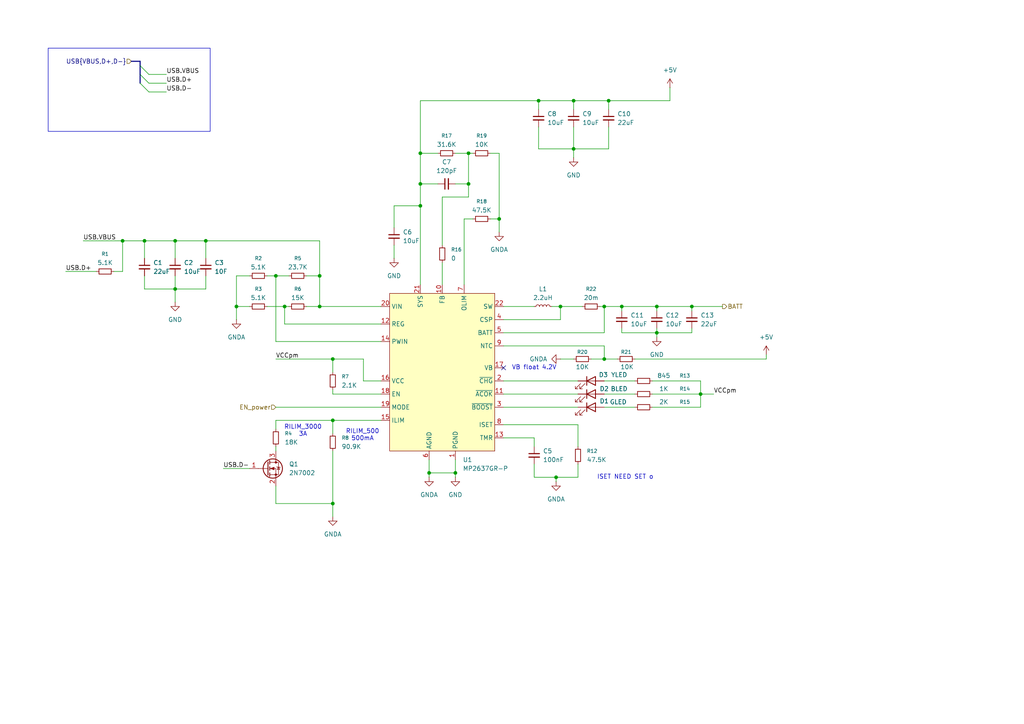
<source format=kicad_sch>
(kicad_sch (version 20250114) (generator "eeschema") (generator_version "9.0")
  (paper "A4")
  (title_block (title "poewr system") (date "2025-07-11") (rev "V1.0") (comment 1 "design by Chen"))
  (lib_symbols
    (symbol "Device:C_Small" (pin_numbers (hide yes)) (pin_names (offset 0.254) (hide yes))
      (property "Reference" "C" (at 0.254 1.778 0))
      (property "Value" "C_Small" (at 0.254 -2.032 0))
      (symbol "C_Small_0_1"
        (polyline (pts (xy -1.524 0.508) (xy 1.524 0.508)) (stroke (width 0.3048)))
        (polyline (pts (xy -1.524 -0.508) (xy 1.524 -0.508)) (stroke (width 0.3302)))
      )
      (symbol "C_Small_1_1"
        (pin passive line (at 0 2.54 270) (length 2.032) (name "~") (number "1"))
        (pin passive line (at 0 -2.54 90) (length 2.032) (name "~") (number "2"))
      )
    )
    (symbol "Device:LED" (pin_numbers (hide yes)) (pin_names (offset 1.016) (hide yes))
      (property "Reference" "D" (at 0 2.54 0))
      (property "Value" "LED" (at 0 -2.54 0))
      (symbol "LED_0_1"
        (polyline (pts (xy -3.048 -0.762) (xy -4.572 -2.286) (xy -3.81 -2.286) (xy -4.572 -2.286) (xy -4.572 -1.524)))
        (polyline (pts (xy -1.778 -0.762) (xy -3.302 -2.286) (xy -2.54 -2.286) (xy -3.302 -2.286) (xy -3.302 -1.524)))
        (polyline (pts (xy -1.27 0) (xy 1.27 0)))
        (polyline (pts (xy -1.27 -1.27) (xy -1.27 1.27)) (stroke (width 0.254)))
        (polyline (pts (xy 1.27 -1.27) (xy 1.27 1.27) (xy -1.27 0) (xy 1.27 -1.27)) (stroke (width 0.254)))
      )
      (symbol "LED_1_1"
        (pin passive line (at -3.81 0 0) (length 2.54) (name "K") (number "1"))
        (pin passive line (at 3.81 0 180) (length 2.54) (name "A") (number "2"))
      )
    )
    (symbol "Device:L_Small" (pin_numbers (hide yes)) (pin_names (offset 0.254) (hide yes))
      (property "Reference" "L" (at 0.762 1.016 0))
      (property "Value" "L_Small" (at 0.762 -1.016 0))
      (symbol "L_Small_0_1"
        (arc (start 0 2.032) (mid 0.5058 1.524) (end 0 1.016))
        (arc (start 0 1.016) (mid 0.5058 0.508) (end 0 0))
        (arc (start 0 0) (mid 0.5058 -0.508) (end 0 -1.016))
        (arc (start 0 -1.016) (mid 0.5058 -1.524) (end 0 -2.032))
      )
      (symbol "L_Small_1_1"
        (pin passive line (at 0 2.54 270) (length 0.508) (name "~") (number "1"))
        (pin passive line (at 0 -2.54 90) (length 0.508) (name "~") (number "2"))
      )
    )
    (symbol "Device:R_Small" (pin_numbers (hide yes)) (pin_names (offset 0.254) (hide yes))
      (property "Reference" "R" (at 0 0 90))
      (property "Value" "R_Small" (at 1.778 0 90))
      (symbol "R_Small_0_1"
        (rectangle (start -0.762 1.778) (end 0.762 -1.778) (stroke (width 0.2032)))
      )
      (symbol "R_Small_1_1"
        (pin passive line (at 0 2.54 270) (length 0.762) (name "~") (number "1"))
        (pin passive line (at 0 -2.54 90) (length 0.762) (name "~") (number "2"))
      )
    )
    (symbol "TTR:MP2637"
      (property "Reference" "U" (at -21.844 27.178 0))
      (property "Value" "MP2637GR-P" (at -16.51 25.146 0))
      (symbol "MP2637_1_0"
        (pin power_in line (at -17.78 19.05 0) (length 2.54) (name "VIN") (number "20"))
        (pin input line (at -17.78 13.97 0) (length 2.54) (name "REG") (number "12"))
        (pin power_in line (at -17.78 8.89 0) (length 2.54) (name "PWIN") (number "14"))
        (pin input line (at -17.78 -2.54 0) (length 2.54) (name "VCC") (number "16"))
        (pin input line (at -17.78 -6.35 0) (length 2.54) (name "EN") (number "18"))
        (pin input line (at -17.78 -10.16 0) (length 2.54) (name "MODE") (number "19"))
        (pin input line (at -17.78 -13.97 0) (length 2.54) (name "ILIM") (number "15"))
        (pin power_out line (at -6.35 25.4 270) (length 2.54) (name "SYS") (number "21"))
        (pin input line (at -3.81 -25.4 90) (length 2.54) (name "AGND") (number "6"))
        (pin input line (at 0 25.4 270) (length 2.54) (name "FB") (number "10"))
        (pin input line (at 3.81 -19.05 90) (length 2.54) (hide yes) (name "PGND") (number "23"))
        (pin input line (at 3.81 -19.05 90) (length 2.54) (hide yes) (name "PGND") (number "24"))
        (pin input line (at 3.81 -25.4 90) (length 2.54) (name "PGND") (number "1"))
        (pin input line (at 6.35 25.4 270) (length 2.54) (name "OLIM") (number "7"))
        (pin output line (at 17.78 19.05 180) (length 2.54) (name "SW") (number "22"))
        (pin input line (at 17.78 15.24 180) (length 2.54) (name "CSP") (number "4"))
        (pin bidirectional line (at 17.78 11.43 180) (length 2.54) (name "BATT") (number "5"))
        (pin input line (at 17.78 7.62 180) (length 2.54) (name "NTC") (number "9"))
        (pin input line (at 17.78 1.27 180) (length 2.54) (name "VB") (number "17"))
        (pin output line (at 17.78 -2.54 180) (length 2.54) (name "~{CHG}") (number "2"))
        (pin output line (at 17.78 -6.35 180) (length 2.54) (name "~{ACOK}") (number "11"))
        (pin output line (at 17.78 -10.16 180) (length 2.54) (name "~{BOOST}") (number "3"))
        (pin input line (at 17.78 -15.24 180) (length 2.54) (name "ISET") (number "8"))
        (pin input line (at 17.78 -19.05 180) (length 2.54) (name "TMR") (number "13"))
      )
      (symbol "MP2637_1_1"
        (rectangle (start -15.24 22.8599) (end 15.24 -22.8599) (fill (type background)))
      )
    )
    (symbol "Transistor_FET:2N7002" (pin_names (hide yes))
      (property "Reference" "Q" (at 5.08 1.905 0))
      (property "Value" "2N7002" (at 5.08 0 0))
      (symbol "2N7002_0_1"
        (polyline (pts (xy 0.254 1.905) (xy 0.254 -1.905)) (stroke (width 0.254)))
        (polyline (pts (xy 0.254 0) (xy -2.54 0)))
        (polyline (pts (xy 0.762 2.286) (xy 0.762 1.27)) (stroke (width 0.254)))
        (polyline (pts (xy 0.762 0.508) (xy 0.762 -0.508)) (stroke (width 0.254)))
        (polyline (pts (xy 0.762 -1.27) (xy 0.762 -2.286)) (stroke (width 0.254)))
        (polyline (pts (xy 0.762 -1.778) (xy 3.302 -1.778) (xy 3.302 1.778) (xy 0.762 1.778)))
        (polyline (pts (xy 1.016 0) (xy 2.032 0.381) (xy 2.032 -0.381) (xy 1.016 0)) (fill (type outline)))
        (circle (center 1.651 0) (radius 2.794) (stroke (width 0.254)))
        (polyline (pts (xy 2.54 2.54) (xy 2.54 1.778)))
        (circle (center 2.54 1.778) (radius 0.254) (fill (type outline)))
        (circle (center 2.54 -1.778) (radius 0.254) (fill (type outline)))
        (polyline (pts (xy 2.54 -2.54) (xy 2.54 0) (xy 0.762 0)))
        (polyline (pts (xy 2.794 0.508) (xy 2.921 0.381) (xy 3.683 0.381) (xy 3.81 0.254)))
        (polyline (pts (xy 3.302 0.381) (xy 2.921 -0.254) (xy 3.683 -0.254) (xy 3.302 0.381)))
      )
      (symbol "2N7002_1_1"
        (pin input line (at -5.08 0 0) (length 2.54) (name "G") (number "1"))
        (pin passive line (at 2.54 5.08 270) (length 2.54) (name "D") (number "3"))
        (pin passive line (at 2.54 -5.08 90) (length 2.54) (name "S") (number "2"))
      )
    )
    (symbol "power:+5V" (power) (pin_numbers (hide yes)) (pin_names (offset 0) (hide yes))
      (property "Value" "+5V" (at 0 3.556 0))
      (symbol "+5V_0_1"
        (polyline (pts (xy -0.762 1.27) (xy 0 2.54)))
        (polyline (pts (xy 0 2.54) (xy 0.762 1.27)))
        (polyline (pts (xy 0 0) (xy 0 2.54)))
      )
      (symbol "+5V_1_1"
        (pin power_in line (at 0 0 90) (length 0) (name "~") (number "1"))
      )
    )
    (symbol "power:GND" (power) (pin_numbers (hide yes)) (pin_names (offset 0) (hide yes))
      (property "Value" "GND" (at 0 -3.81 0))
      (symbol "GND_0_1"
        (polyline (pts (xy 0 0) (xy 0 -1.27) (xy 1.27 -1.27) (xy 0 -2.54) (xy -1.27 -1.27) (xy 0 -1.27)))
      )
      (symbol "GND_1_1"
        (pin power_in line (at 0 0 270) (length 0) (name "~") (number "1"))
      )
    )
    (symbol "power:GNDA" (power) (pin_numbers (hide yes)) (pin_names (offset 0) (hide yes))
      (property "Value" "GNDA" (at 0 -3.81 0))
      (symbol "GNDA_0_1"
        (polyline (pts (xy 0 0) (xy 0 -1.27) (xy 1.27 -1.27) (xy 0 -2.54) (xy -1.27 -1.27) (xy 0 -1.27)))
      )
      (symbol "GNDA_1_1"
        (pin power_in line (at 0 0 270) (length 0) (name "~") (number "1"))
      )
    )
  )
  (rectangle (start 13.97 13.97) (end 60.96 38.1))
  (text "RILIM_500\n500mA\n" (at 105.156 126.238 0) (effects (font (size 1.27 1.27))))
  (text "ISET NEED SET o" (at 181.356 138.43 0) (effects (font (size 1.27 1.27))))
  (text "RILIM_3000\n3A" (at 87.884 124.968 0) (effects (font (size 1.27 1.27))))
  (text "VB float 4.2V" (at 154.94 106.68 0) (effects (font (size 1.27 1.27))))
  (junction (at 156.21 29.21))
  (junction (at 144.78 63.5))
  (junction (at 161.29 138.43))
  (junction (at 82.55 88.9))
  (junction (at 175.26 104.14))
  (junction (at 176.53 29.21))
  (junction (at 135.89 44.45))
  (junction (at 190.5 88.9))
  (junction (at 92.71 80.01))
  (junction (at 166.37 43.18))
  (junction (at 96.52 104.14))
  (junction (at 59.69 69.85))
  (junction (at 121.92 44.45))
  (junction (at 41.91 69.85))
  (junction (at 92.71 88.9))
  (junction (at 175.26 88.9))
  (junction (at 96.52 146.05))
  (junction (at 121.92 59.69))
  (junction (at 68.58 88.9))
  (junction (at 166.37 29.21))
  (junction (at 80.01 80.01))
  (junction (at 180.34 88.9))
  (junction (at 50.8 83.82))
  (junction (at 162.56 88.9))
  (junction (at 190.5 96.52))
  (junction (at 135.89 53.34))
  (junction (at 35.56 69.85))
  (junction (at 124.46 137.16))
  (junction (at 200.66 88.9))
  (junction (at 50.8 69.85))
  (junction (at 203.2 114.3))
  (junction (at 132.08 137.16))
  (junction (at 96.52 121.92))
  (junction (at 121.92 53.34))
  (no_connect (at 146.05 106.68))
  (bus_entry (at 40.64 19.05) (size 2.54 2.54))
  (bus_entry (at 40.64 24.13) (size 2.54 2.54))
  (bus_entry (at 40.64 21.59) (size 2.54 2.54))
  (wire (pts (xy 175.26 110.49) (xy 184.15 110.49)))
  (wire (pts (xy 134.62 63.5) (xy 134.62 82.55)))
  (wire (pts (xy 146.05 100.33) (xy 175.26 100.33)))
  (wire (pts (xy 176.53 29.21) (xy 194.31 29.21)))
  (wire (pts (xy 68.58 88.9) (xy 68.58 92.71)))
  (wire (pts (xy 142.24 44.45) (xy 144.78 44.45)))
  (wire (pts (xy 180.34 88.9) (xy 180.34 90.17)))
  (wire (pts (xy 156.21 29.21) (xy 166.37 29.21)))
  (wire (pts (xy 92.71 80.01) (xy 92.71 88.9)))
  (wire (pts (xy 121.92 44.45) (xy 121.92 29.21)))
  (wire (pts (xy 146.05 92.71) (xy 162.56 92.71)))
  (wire (pts (xy 166.37 43.18) (xy 176.53 43.18)))
  (wire (pts (xy 110.49 121.92) (xy 96.52 121.92)))
  (wire (pts (xy 35.56 78.74) (xy 35.56 69.85)))
  (wire (pts (xy 161.29 138.43) (xy 154.94 138.43)))
  (wire (pts (xy 162.56 92.71) (xy 162.56 88.9)))
  (wire (pts (xy 132.08 44.45) (xy 135.89 44.45)))
  (wire (pts (xy 190.5 88.9) (xy 200.66 88.9)))
  (wire (pts (xy 110.49 114.3) (xy 96.52 114.3)))
  (wire (pts (xy 203.2 110.49) (xy 203.2 114.3)))
  (wire (pts (xy 59.69 69.85) (xy 59.69 74.93)))
  (wire (pts (xy 124.46 133.35) (xy 124.46 137.16)))
  (wire (pts (xy 68.58 88.9) (xy 72.39 88.9)))
  (wire (pts (xy 88.9 80.01) (xy 92.71 80.01)))
  (wire (pts (xy 80.01 140.97) (xy 80.01 146.05)))
  (wire (pts (xy 121.92 44.45) (xy 121.92 53.34)))
  (wire (pts (xy 146.05 114.3) (xy 167.64 114.3)))
  (wire (pts (xy 41.91 80.01) (xy 41.91 83.82)))
  (wire (pts (xy 110.49 93.98) (xy 82.55 93.98)))
  (wire (pts (xy 176.53 43.18) (xy 176.53 36.83)))
  (wire (pts (xy 175.26 104.14) (xy 179.07 104.14)))
  (wire (pts (xy 171.45 104.14) (xy 175.26 104.14)))
  (wire (pts (xy 154.94 127) (xy 154.94 129.54)))
  (wire (pts (xy 50.8 74.93) (xy 50.8 69.85)))
  (wire (pts (xy 156.21 36.83) (xy 156.21 43.18)))
  (wire (pts (xy 146.05 118.11) (xy 167.64 118.11)))
  (wire (pts (xy 80.01 146.05) (xy 96.52 146.05)))
  (wire (pts (xy 167.64 134.62) (xy 167.64 138.43)))
  (wire (pts (xy 200.66 96.52) (xy 200.66 95.25)))
  (wire (pts (xy 127 44.45) (xy 121.92 44.45)))
  (wire (pts (xy 68.58 80.01) (xy 68.58 88.9)))
  (wire (pts (xy 114.3 71.12) (xy 114.3 74.93)))
  (wire (pts (xy 184.15 104.14) (xy 222.25 104.14)))
  (wire (pts (xy 135.89 44.45) (xy 137.16 44.45)))
  (wire (pts (xy 128.27 71.12) (xy 128.27 57.15)))
  (wire (pts (xy 80.01 99.06) (xy 80.01 80.01)))
  (wire (pts (xy 92.71 88.9) (xy 110.49 88.9)))
  (wire (pts (xy 50.8 83.82) (xy 50.8 87.63)))
  (wire (pts (xy 176.53 31.75) (xy 176.53 29.21)))
  (wire (pts (xy 77.47 80.01) (xy 80.01 80.01)))
  (wire (pts (xy 80.01 118.11) (xy 110.49 118.11)))
  (wire (pts (xy 203.2 118.11) (xy 203.2 114.3)))
  (wire (pts (xy 59.69 69.85) (xy 92.71 69.85)))
  (wire (pts (xy 80.01 121.92) (xy 96.52 121.92)))
  (wire (pts (xy 128.27 76.2) (xy 128.27 82.55)))
  (wire (pts (xy 167.64 123.19) (xy 167.64 129.54)))
  (wire (pts (xy 200.66 88.9) (xy 200.66 90.17)))
  (wire (pts (xy 121.92 59.69) (xy 121.92 82.55)))
  (wire (pts (xy 146.05 96.52) (xy 175.26 96.52)))
  (wire (pts (xy 80.01 80.01) (xy 83.82 80.01)))
  (wire (pts (xy 175.26 100.33) (xy 175.26 104.14)))
  (bus (pts (xy 40.64 21.59) (xy 40.64 24.13)))
  (wire (pts (xy 175.26 88.9) (xy 180.34 88.9)))
  (wire (pts (xy 114.3 59.69) (xy 121.92 59.69)))
  (wire (pts (xy 146.05 127) (xy 154.94 127)))
  (wire (pts (xy 132.08 53.34) (xy 135.89 53.34)))
  (wire (pts (xy 41.91 69.85) (xy 50.8 69.85)))
  (bus (pts (xy 40.64 19.05) (xy 40.64 21.59)))
  (wire (pts (xy 144.78 63.5) (xy 144.78 67.31)))
  (wire (pts (xy 96.52 104.14) (xy 96.52 107.95)))
  (wire (pts (xy 189.23 114.3) (xy 203.2 114.3)))
  (wire (pts (xy 162.56 104.14) (xy 166.37 104.14)))
  (wire (pts (xy 194.31 25.4) (xy 194.31 29.21)))
  (wire (pts (xy 180.34 95.25) (xy 180.34 96.52)))
  (wire (pts (xy 41.91 69.85) (xy 41.91 74.93)))
  (wire (pts (xy 82.55 88.9) (xy 82.55 93.98)))
  (wire (pts (xy 105.41 110.49) (xy 110.49 110.49)))
  (wire (pts (xy 146.05 110.49) (xy 167.64 110.49)))
  (wire (pts (xy 222.25 104.14) (xy 222.25 102.87)))
  (wire (pts (xy 105.41 104.14) (xy 105.41 110.49)))
  (wire (pts (xy 175.26 96.52) (xy 175.26 88.9)))
  (wire (pts (xy 144.78 44.45) (xy 144.78 63.5)))
  (wire (pts (xy 154.94 138.43) (xy 154.94 134.62)))
  (wire (pts (xy 96.52 121.92) (xy 96.52 125.73)))
  (wire (pts (xy 121.92 53.34) (xy 121.92 59.69)))
  (wire (pts (xy 124.46 137.16) (xy 132.08 137.16)))
  (wire (pts (xy 88.9 88.9) (xy 92.71 88.9)))
  (wire (pts (xy 189.23 118.11) (xy 203.2 118.11)))
  (wire (pts (xy 203.2 114.3) (xy 207.01 114.3)))
  (wire (pts (xy 19.05 78.74) (xy 27.94 78.74)))
  (wire (pts (xy 43.18 24.13) (xy 48.26 24.13)))
  (wire (pts (xy 161.29 138.43) (xy 167.64 138.43)))
  (wire (pts (xy 50.8 80.01) (xy 50.8 83.82)))
  (wire (pts (xy 96.52 146.05) (xy 96.52 149.86)))
  (wire (pts (xy 200.66 88.9) (xy 209.55 88.9)))
  (wire (pts (xy 128.27 57.15) (xy 135.89 57.15)))
  (wire (pts (xy 132.08 133.35) (xy 132.08 137.16)))
  (wire (pts (xy 166.37 43.18) (xy 166.37 45.72)))
  (wire (pts (xy 77.47 88.9) (xy 82.55 88.9)))
  (bus (pts (xy 40.64 17.78) (xy 40.64 19.05)))
  (wire (pts (xy 96.52 114.3) (xy 96.52 113.03)))
  (wire (pts (xy 96.52 104.14) (xy 105.41 104.14)))
  (wire (pts (xy 180.34 88.9) (xy 190.5 88.9)))
  (wire (pts (xy 124.46 137.16) (xy 124.46 138.43)))
  (wire (pts (xy 80.01 104.14) (xy 96.52 104.14)))
  (wire (pts (xy 176.53 29.21) (xy 166.37 29.21)))
  (wire (pts (xy 156.21 43.18) (xy 166.37 43.18)))
  (wire (pts (xy 80.01 124.46) (xy 80.01 121.92)))
  (wire (pts (xy 33.02 78.74) (xy 35.56 78.74)))
  (wire (pts (xy 132.08 137.16) (xy 132.08 138.43)))
  (wire (pts (xy 114.3 66.04) (xy 114.3 59.69)))
  (wire (pts (xy 92.71 80.01) (xy 92.71 69.85)))
  (wire (pts (xy 121.92 53.34) (xy 127 53.34)))
  (wire (pts (xy 160.02 88.9) (xy 162.56 88.9)))
  (wire (pts (xy 110.49 99.06) (xy 80.01 99.06)))
  (wire (pts (xy 175.26 118.11) (xy 184.15 118.11)))
  (wire (pts (xy 166.37 36.83) (xy 166.37 43.18)))
  (wire (pts (xy 80.01 129.54) (xy 80.01 130.81)))
  (wire (pts (xy 142.24 63.5) (xy 144.78 63.5)))
  (wire (pts (xy 50.8 69.85) (xy 59.69 69.85)))
  (wire (pts (xy 156.21 29.21) (xy 156.21 31.75)))
  (wire (pts (xy 146.05 88.9) (xy 154.94 88.9)))
  (wire (pts (xy 175.26 114.3) (xy 184.15 114.3)))
  (wire (pts (xy 161.29 139.7) (xy 161.29 138.43)))
  (wire (pts (xy 50.8 83.82) (xy 59.69 83.82)))
  (wire (pts (xy 137.16 63.5) (xy 134.62 63.5)))
  (wire (pts (xy 180.34 96.52) (xy 190.5 96.52)))
  (wire (pts (xy 72.39 80.01) (xy 68.58 80.01)))
  (wire (pts (xy 135.89 53.34) (xy 135.89 57.15)))
  (wire (pts (xy 173.99 88.9) (xy 175.26 88.9)))
  (wire (pts (xy 64.77 135.89) (xy 72.39 135.89)))
  (wire (pts (xy 190.5 88.9) (xy 190.5 90.17)))
  (bus (pts (xy 38.1 17.78) (xy 40.64 17.78)))
  (wire (pts (xy 135.89 44.45) (xy 135.89 53.34)))
  (wire (pts (xy 59.69 80.01) (xy 59.69 83.82)))
  (wire (pts (xy 43.18 21.59) (xy 48.26 21.59)))
  (wire (pts (xy 190.5 96.52) (xy 200.66 96.52)))
  (wire (pts (xy 96.52 130.81) (xy 96.52 146.05)))
  (wire (pts (xy 189.23 110.49) (xy 203.2 110.49)))
  (wire (pts (xy 35.56 69.85) (xy 41.91 69.85)))
  (wire (pts (xy 121.92 29.21) (xy 156.21 29.21)))
  (wire (pts (xy 82.55 88.9) (xy 83.82 88.9)))
  (wire (pts (xy 43.18 26.67) (xy 48.26 26.67)))
  (wire (pts (xy 166.37 29.21) (xy 166.37 31.75)))
  (wire (pts (xy 190.5 96.52) (xy 190.5 97.79)))
  (wire (pts (xy 146.05 123.19) (xy 167.64 123.19)))
  (wire (pts (xy 24.13 69.85) (xy 35.56 69.85)))
  (wire (pts (xy 41.91 83.82) (xy 50.8 83.82)))
  (wire (pts (xy 162.56 88.9) (xy 168.91 88.9)))
  (wire (pts (xy 190.5 95.25) (xy 190.5 96.52)))
  (label "USB.D+" (at 48.26 24.13 0))
  (label "USB.VBUS" (at 24.13 69.85 0))
  (label "VCCpm" (at 80.01 104.14 0))
  (label "VCCpm" (at 207.01 114.3 0))
  (label "USB.D-" (at 48.26 26.67 0))
  (label "USB.D-" (at 64.77 135.89 0))
  (label "USB.VBUS" (at 48.26 21.59 0))
  (label "USB.D+" (at 19.05 78.74 0))
  (hierarchical_label "EN_power" (shape input) (at 80.01 118.11 180))
  (hierarchical_label "BATT" (shape output) (at 209.55 88.9 0))
  (hierarchical_label "USB{VBUS,D+,D-}" (shape input) (at 38.1 17.78 180))
  (symbol (lib_id "Transistor_FET:2N7002") (at 77.47 135.89 0) (unit 1)
    (property "Reference" "Q1" (at 83.82 134.6199 0) (effects (justify left)))
    (property "Value" "2N7002" (at 83.82 137.1599 0) (effects (justify left)))
    (property "Footprint" "Package_TO_SOT_SMD:SOT-23" (effects (hide yes)))
    (property "Datasheet" "https://www.onsemi.com/pub/Collateral/NDS7002A-D.PDF" (effects (hide yes)))
    (property "Description" "0.115A Id, 60V Vds, N-Channel MOSFET, SOT-23" (effects (hide yes)))
  )
  (symbol (lib_id "power:GND") (at 50.8 87.63 0) (unit 1)
    (property "Reference" "#PWR02" (effects (hide yes)))
    (property "Value" "GND" (at 50.8 92.71 0))
    (property "Description" "Power symbol creates a global label with name \"GND\" , ground" (effects (hide yes)))
  )
  (symbol (lib_id "Device:L_Small") (at 157.48 88.9 90) (unit 1)
    (property "Reference" "L1" (at 157.48 83.82 90))
    (property "Value" "2.2uH" (at 157.48 86.36 90))
    (property "Description" "Inductor, small symbol" (effects (hide yes)))
  )
  (symbol (lib_id "Device:R_Small") (at 96.52 128.27 180) (unit 1)
    (property "Reference" "R8" (at 99.06 126.9999 0) (effects (font (size 1.016 1.016)) (justify right)))
    (property "Value" "90.9K" (at 99.06 129.5399 0) (effects (justify right)))
    (property "Description" "Resistor, small symbol" (effects (hide yes)))
  )
  (symbol (lib_id "Device:C_Small") (at 50.8 77.47 0) (unit 1)
    (property "Reference" "C2" (at 53.34 76.2062 0) (effects (justify left)))
    (property "Value" "10uF" (at 53.34 78.7462 0) (effects (justify left)))
    (property "Description" "Unpolarized capacitor, small symbol" (effects (hide yes)))
  )
  (symbol (lib_id "power:+5V") (at 194.31 25.4 0) (unit 1)
    (property "Reference" "#PWR013" (effects (hide yes)))
    (property "Value" "+5V" (at 194.31 20.32 0))
    (property "Description" "Power symbol creates a global label with name \"+5V\"" (effects (hide yes)))
  )
  (symbol (lib_id "Device:R_Small") (at 139.7 63.5 90) (unit 1)
    (property "Reference" "R18" (at 139.7 58.42 90) (effects (font (size 1.016 1.016))))
    (property "Value" "47.5K" (at 139.7 60.96 90))
    (property "Description" "Resistor, small symbol" (effects (hide yes)))
  )
  (symbol (lib_id "Device:R_Small") (at 96.52 110.49 180) (unit 1)
    (property "Reference" "R7" (at 99.06 109.2199 0) (effects (font (size 1.016 1.016)) (justify right)))
    (property "Value" "2.1K" (at 99.06 111.7599 0) (effects (justify right)))
    (property "Description" "Resistor, small symbol" (effects (hide yes)))
  )
  (symbol (lib_id "Device:C_Small") (at 41.91 77.47 0) (unit 1)
    (property "Reference" "C1" (at 44.45 76.2062 0) (effects (justify left)))
    (property "Value" "22uF" (at 44.45 78.7462 0) (effects (justify left)))
    (property "Description" "Unpolarized capacitor, small symbol" (effects (hide yes)))
  )
  (symbol (lib_id "Device:LED") (at 171.45 118.11 0) (unit 1)
    (property "Reference" "D1" (at 175.26 116.332 0))
    (property "Value" "GLED" (at 179.324 116.586 0))
    (property "Footprint" "LED_SMD:LED_0603_1608Metric" (effects (hide yes)))
    (property "Description" "Light emitting diode" (effects (hide yes)))
    (property "Sim.Pins" "1=K 2=A" (effects (hide yes)))
  )
  (symbol (lib_id "power:GND") (at 190.5 97.79 0) (unit 1)
    (property "Reference" "#PWR016" (effects (hide yes)))
    (property "Value" "GND" (at 190.5 102.87 0))
    (property "Description" "Power symbol creates a global label with name \"GND\" , ground" (effects (hide yes)))
  )
  (symbol (lib_id "Device:C_Small") (at 114.3 68.58 0) (unit 1)
    (property "Reference" "C6" (at 116.84 67.3162 0) (effects (justify left)))
    (property "Value" "10uF" (at 116.84 69.8562 0) (effects (justify left)))
    (property "Description" "Unpolarized capacitor, small symbol" (effects (hide yes)))
  )
  (symbol (lib_id "Device:C_Small") (at 190.5 92.71 0) (unit 1)
    (property "Reference" "C12" (at 193.04 91.4462 0) (effects (justify left)))
    (property "Value" "10uF" (at 193.04 93.9862 0) (effects (justify left)))
    (property "Description" "Unpolarized capacitor, small symbol" (effects (hide yes)))
  )
  (symbol (lib_id "power:GNDA") (at 68.58 92.71 0) (unit 1)
    (property "Reference" "#PWR03" (effects (hide yes)))
    (property "Value" "GNDA" (at 68.58 97.79 0))
    (property "Description" "Power symbol creates a global label with name \"GNDA\" , analog ground" (effects (hide yes)))
  )
  (symbol (lib_id "power:GNDA") (at 96.52 149.86 0) (unit 1)
    (property "Reference" "#PWR04" (effects (hide yes)))
    (property "Value" "GNDA" (at 96.52 154.94 0))
    (property "Description" "Power symbol creates a global label with name \"GNDA\" , analog ground" (effects (hide yes)))
  )
  (symbol (lib_id "power:GNDA") (at 144.78 67.31 0) (unit 1)
    (property "Reference" "#PWR011" (effects (hide yes)))
    (property "Value" "GNDA" (at 144.78 72.39 0))
    (property "Description" "Power symbol creates a global label with name \"GNDA\" , analog ground" (effects (hide yes)))
  )
  (symbol (lib_id "power:GND") (at 166.37 45.72 0) (unit 1)
    (property "Reference" "#PWR012" (effects (hide yes)))
    (property "Value" "GND" (at 166.37 50.8 0))
    (property "Description" "Power symbol creates a global label with name \"GND\" , ground" (effects (hide yes)))
  )
  (symbol (lib_id "Device:R_Small") (at 186.69 110.49 90) (unit 1)
    (property "Reference" "R13" (at 198.628 108.966 90) (effects (font (size 1.016 1.016))))
    (property "Value" "845" (at 192.532 108.966 90))
    (property "Description" "Resistor, small symbol" (effects (hide yes)))
  )
  (symbol (lib_id "power:GNDA") (at 124.46 138.43 0) (unit 1)
    (property "Reference" "#PWR05" (effects (hide yes)))
    (property "Value" "GNDA" (at 124.46 143.51 0))
    (property "Description" "Power symbol creates a global label with name \"GNDA\" , analog ground" (effects (hide yes)))
  )
  (symbol (lib_id "Device:R_Small") (at 186.69 114.3 90) (unit 1)
    (property "Reference" "R14" (at 198.628 112.776 90) (effects (font (size 1.016 1.016))))
    (property "Value" "1K" (at 192.532 112.776 90))
    (property "Description" "Resistor, small symbol" (effects (hide yes)))
  )
  (symbol (lib_id "Device:R_Small") (at 168.91 104.14 90) (unit 1)
    (property "Reference" "R20" (at 168.91 102.108 90) (effects (font (size 1.016 1.016))))
    (property "Value" "10K" (at 168.91 106.426 90))
    (property "Description" "Resistor, small symbol" (effects (hide yes)))
  )
  (symbol (lib_id "Device:R_Small") (at 80.01 127 180) (unit 1)
    (property "Reference" "R4" (at 82.55 125.7299 0) (effects (font (size 1.016 1.016)) (justify right)))
    (property "Value" "18K" (at 82.55 128.2699 0) (effects (justify right)))
    (property "Description" "Resistor, small symbol" (effects (hide yes)))
  )
  (symbol (lib_id "power:+5V") (at 222.25 102.87 0) (unit 1)
    (property "Reference" "#PWR015" (effects (hide yes)))
    (property "Value" "+5V" (at 222.25 97.79 0))
    (property "Description" "Power symbol creates a global label with name \"+5V\"" (effects (hide yes)))
  )
  (symbol (lib_id "Device:C_Small") (at 176.53 34.29 0) (unit 1)
    (property "Reference" "C10" (at 179.07 33.0262 0) (effects (justify left)))
    (property "Value" "22uF" (at 179.07 35.5662 0) (effects (justify left)))
    (property "Description" "Unpolarized capacitor, small symbol" (effects (hide yes)))
  )
  (symbol (lib_id "Device:R_Small") (at 167.64 132.08 0) (unit 1)
    (property "Reference" "R12" (at 170.18 130.8099 0) (effects (font (size 1.016 1.016)) (justify left)))
    (property "Value" "47.5K" (at 170.18 133.3499 0) (effects (justify left)))
    (property "Description" "Resistor, small symbol" (effects (hide yes)))
  )
  (symbol (lib_id "Device:R_Small") (at 186.69 118.11 90) (unit 1)
    (property "Reference" "R15" (at 198.628 116.586 90) (effects (font (size 1.016 1.016))))
    (property "Value" "2K" (at 192.532 116.586 90))
    (property "Description" "Resistor, small symbol" (effects (hide yes)))
  )
  (symbol (lib_id "TTR:MP2637") (at 128.27 107.95 0) (unit 1)
    (property "Reference" "U1" (at 134.2233 133.35 0) (effects (justify left)))
    (property "Value" "MP2637GR-P" (at 134.2233 135.89 0) (effects (justify left)))
    (property "Footprint" "TTR:MP2637(QFN-24-4x4mm)" (effects (hide yes)))
    (property "Datasheet" "https://www.monolithicpower.com/en/documentview/productdocument/index/version/2/document_type/Datasheet/lang/en/sku/MP2637GR-Z" (effects (hide yes)))
    (property "Description" "2.5A Single Cell Switch Mode Battery Charger with Power Path Management (PPM) and 2.4A Boost Current with Trickle Timer" (effects (hide yes)))
    (property "Mouser" "https://www.mouser.tw/ProductDetail/Monolithic-Power-Systems-MPS/MP2637GR-P?qs=493kPxzlxfIVMFQDxi%252BdaQ%3D%3D" (effects (hide yes)))
  )
  (symbol (lib_id "power:GND") (at 114.3 74.93 0) (unit 1)
    (property "Reference" "#PWR010" (effects (hide yes)))
    (property "Value" "GND" (at 114.3 80.01 0))
    (property "Description" "Power symbol creates a global label with name \"GND\" , ground" (effects (hide yes)))
  )
  (symbol (lib_id "Device:C_Small") (at 180.34 92.71 0) (unit 1)
    (property "Reference" "C11" (at 182.88 91.4462 0) (effects (justify left)))
    (property "Value" "10uF" (at 182.88 93.9862 0) (effects (justify left)))
    (property "Description" "Unpolarized capacitor, small symbol" (effects (hide yes)))
  )
  (symbol (lib_id "power:GNDA") (at 162.56 104.14 270) (unit 1)
    (property "Reference" "#PWR014" (effects (hide yes)))
    (property "Value" "GNDA" (at 158.75 104.1399 90) (effects (justify right)))
    (property "Description" "Power symbol creates a global label with name \"GNDA\" , analog ground" (effects (hide yes)))
  )
  (symbol (lib_id "power:GND") (at 132.08 138.43 0) (unit 1)
    (property "Reference" "#PWR06" (effects (hide yes)))
    (property "Value" "GND" (at 132.08 143.51 0))
    (property "Description" "Power symbol creates a global label with name \"GND\" , ground" (effects (hide yes)))
  )
  (symbol (lib_id "Device:C_Small") (at 59.69 77.47 0) (unit 1)
    (property "Reference" "C3" (at 62.23 76.2062 0) (effects (justify left)))
    (property "Value" "10F" (at 62.23 78.7462 0) (effects (justify left)))
    (property "Description" "Unpolarized capacitor, small symbol" (effects (hide yes)))
  )
  (symbol (lib_id "Device:R_Small") (at 181.61 104.14 90) (unit 1)
    (property "Reference" "R21" (at 181.61 102.108 90) (effects (font (size 1.016 1.016))))
    (property "Value" "10K" (at 181.864 106.426 90))
    (property "Description" "Resistor, small symbol" (effects (hide yes)))
  )
  (symbol (lib_id "Device:LED") (at 171.45 110.49 0) (unit 1)
    (property "Reference" "D3" (at 175.006 108.712 0))
    (property "Value" "YLED" (at 179.578 108.712 0))
    (property "Footprint" "LED_SMD:LED_0603_1608Metric" (effects (hide yes)))
    (property "Description" "Light emitting diode" (effects (hide yes)))
    (property "Sim.Pins" "1=K 2=A" (effects (hide yes)))
  )
  (symbol (lib_id "Device:R_Small") (at 74.93 80.01 90) (unit 1)
    (property "Reference" "R2" (at 74.93 74.93 90) (effects (font (size 1.016 1.016))))
    (property "Value" "5.1K" (at 74.93 77.47 90))
    (property "Description" "Resistor, small symbol" (effects (hide yes)))
  )
  (symbol (lib_id "Device:C_Small") (at 200.66 92.71 0) (unit 1)
    (property "Reference" "C13" (at 203.2 91.4462 0) (effects (justify left)))
    (property "Value" "22uF" (at 203.2 93.9862 0) (effects (justify left)))
    (property "Description" "Unpolarized capacitor, small symbol" (effects (hide yes)))
  )
  (symbol (lib_id "power:GNDA") (at 161.29 139.7 0) (unit 1)
    (property "Reference" "#PWR09" (effects (hide yes)))
    (property "Value" "GNDA" (at 161.29 144.78 0))
    (property "Description" "Power symbol creates a global label with name \"GNDA\" , analog ground" (effects (hide yes)))
  )
  (symbol (lib_id "Device:R_Small") (at 86.36 88.9 90) (unit 1)
    (property "Reference" "R6" (at 86.36 83.82 90) (effects (font (size 1.016 1.016))))
    (property "Value" "15K" (at 86.36 86.36 90))
    (property "Description" "Resistor, small symbol" (effects (hide yes)))
  )
  (symbol (lib_id "Device:R_Small") (at 86.36 80.01 90) (unit 1)
    (property "Reference" "R5" (at 86.36 74.93 90) (effects (font (size 1.016 1.016))))
    (property "Value" "23.7K" (at 86.36 77.47 90))
    (property "Description" "Resistor, small symbol" (effects (hide yes)))
  )
  (symbol (lib_id "Device:C_Small") (at 166.37 34.29 0) (unit 1)
    (property "Reference" "C9" (at 168.91 33.0262 0) (effects (justify left)))
    (property "Value" "10uF" (at 168.91 35.5662 0) (effects (justify left)))
    (property "Description" "Unpolarized capacitor, small symbol" (effects (hide yes)))
  )
  (symbol (lib_id "Device:C_Small") (at 129.54 53.34 90) (unit 1)
    (property "Reference" "C7" (at 129.5463 46.99 90))
    (property "Value" "120pF" (at 129.5463 49.53 90))
    (property "Description" "Unpolarized capacitor, small symbol" (effects (hide yes)))
  )
  (symbol (lib_id "Device:R_Small") (at 30.48 78.74 90) (unit 1)
    (property "Reference" "R1" (at 30.48 73.66 90) (effects (font (size 1.016 1.016))))
    (property "Value" "5.1K" (at 30.48 76.2 90))
    (property "Description" "Resistor, small symbol" (effects (hide yes)))
  )
  (symbol (lib_id "Device:C_Small") (at 156.21 34.29 0) (unit 1)
    (property "Reference" "C8" (at 158.75 33.0262 0) (effects (justify left)))
    (property "Value" "10uF" (at 158.75 35.5662 0) (effects (justify left)))
    (property "Description" "Unpolarized capacitor, small symbol" (effects (hide yes)))
  )
  (symbol (lib_id "Device:R_Small") (at 171.45 88.9 90) (unit 1)
    (property "Reference" "R22" (at 171.45 83.82 90) (effects (font (size 1.016 1.016))))
    (property "Value" "20m" (at 171.45 86.36 90))
    (property "Description" "Resistor, small symbol" (effects (hide yes)))
  )
  (symbol (lib_id "Device:C_Small") (at 154.94 132.08 0) (unit 1)
    (property "Reference" "C5" (at 157.48 130.8162 0) (effects (justify left)))
    (property "Value" "100nF" (at 157.48 133.3562 0) (effects (justify left)))
    (property "Description" "Unpolarized capacitor, small symbol" (effects (hide yes)))
  )
  (symbol (lib_id "Device:R_Small") (at 74.93 88.9 90) (unit 1)
    (property "Reference" "R3" (at 74.93 83.82 90) (effects (font (size 1.016 1.016))))
    (property "Value" "5.1K" (at 74.93 86.36 90))
    (property "Description" "Resistor, small symbol" (effects (hide yes)))
  )
  (symbol (lib_id "Device:R_Small") (at 128.27 73.66 0) (unit 1)
    (property "Reference" "R16" (at 130.81 72.3899 0) (effects (font (size 1.016 1.016)) (justify left)))
    (property "Value" "0" (at 130.81 74.9299 0) (effects (justify left)))
    (property "Description" "Resistor, small symbol" (effects (hide yes)))
  )
  (symbol (lib_id "Device:R_Small") (at 129.54 44.45 90) (unit 1)
    (property "Reference" "R17" (at 129.54 39.37 90) (effects (font (size 1.016 1.016))))
    (property "Value" "31.6K" (at 129.54 41.91 90))
    (property "Description" "Resistor, small symbol" (effects (hide yes)))
  )
  (symbol (lib_id "Device:R_Small") (at 139.7 44.45 90) (unit 1)
    (property "Reference" "R19" (at 139.7 39.37 90) (effects (font (size 1.016 1.016))))
    (property "Value" "10K" (at 139.7 41.91 90))
    (property "Description" "Resistor, small symbol" (effects (hide yes)))
  )
  (symbol (lib_id "Device:LED") (at 171.45 114.3 0) (unit 1)
    (property "Reference" "D2" (at 175.26 112.776 0))
    (property "Value" "BLED" (at 179.578 112.776 0))
    (property "Footprint" "LED_SMD:LED_0603_1608Metric" (effects (hide yes)))
    (property "Description" "Light emitting diode" (effects (hide yes)))
    (property "Sim.Pins" "1=K 2=A" (effects (hide yes)))
  )
)
</source>
